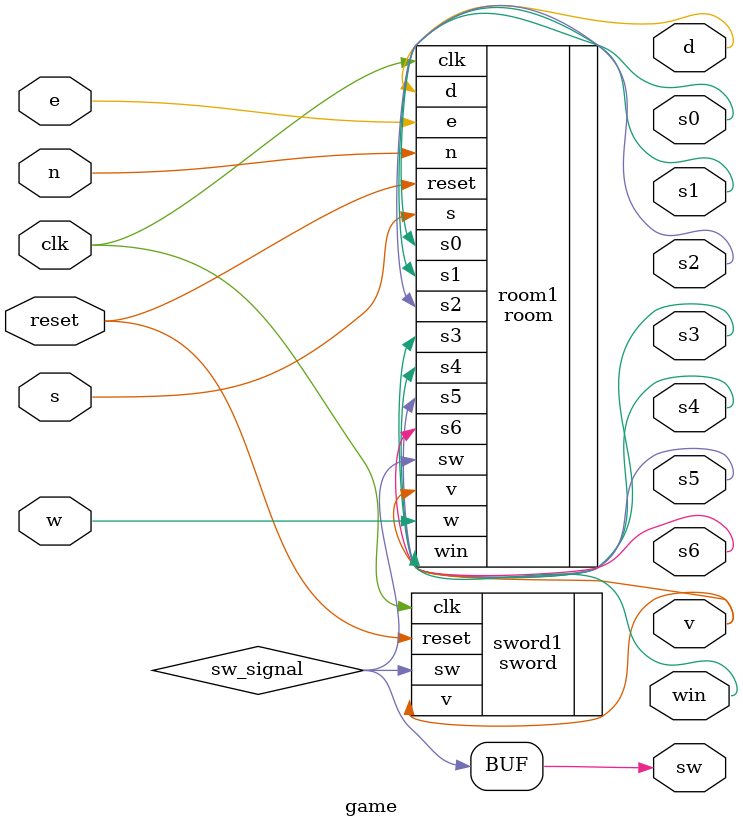
<source format=sv>
module game (input logic clk, n, s, e, w, reset, output logic s6, s5, s4, s3, s2, s1, s0, v, sw, d, win);
logic sw_signal;
room room1 (.clk(clk), .n(n), .s(s), .e(e), .w(w), .v(v), .reset(reset), .s6(s6), .s5(s5), .s4(s4), .s3(s3), .s2(s2),
				.s1(s1), .s0(s0), .d(d), .win(win), .sw(sw_signal));
				
sword sword1 (.clk(clk), .reset(reset), .sw(sw_signal), .v(v));
assign sw = sw_signal;
endmodule
</source>
